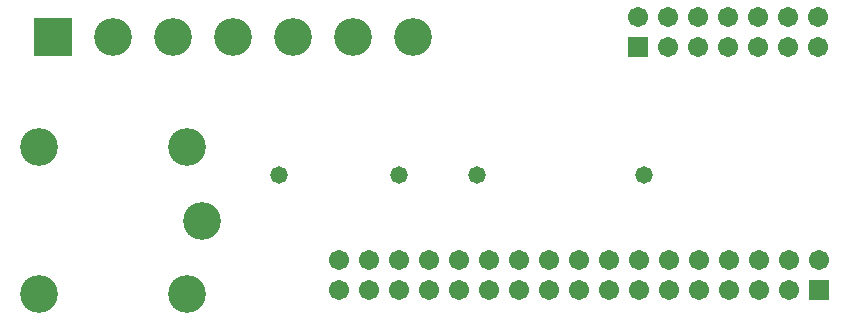
<source format=gbs>
%FSLAX43Y43*%
%MOMM*%
G71*
G01*
G75*
%ADD10R,1.800X1.600*%
%ADD11C,1.000*%
%ADD12C,2.000*%
%ADD13C,0.500*%
%ADD14C,3.000*%
%ADD15R,3.000X3.000*%
%ADD16R,1.500X1.500*%
%ADD17C,1.500*%
%ADD18C,1.270*%
%ADD19C,0.400*%
%ADD20R,2.003X1.803*%
%ADD21C,3.203*%
%ADD22R,3.203X3.203*%
%ADD23R,1.703X1.703*%
%ADD24C,1.703*%
%ADD25C,1.473*%
D21*
X-49560Y21400D02*
D03*
X-59720D02*
D03*
X-54640D02*
D03*
X-34360D02*
D03*
X-44520D02*
D03*
X-39440D02*
D03*
X-53496Y12108D02*
D03*
X-52196Y5808D02*
D03*
X-65996Y12108D02*
D03*
Y-392D02*
D03*
X-53496D02*
D03*
D22*
X-64800Y21400D02*
D03*
D23*
X-15300Y20540D02*
D03*
X0Y0D02*
D03*
D24*
X-15300Y23080D02*
D03*
X-12760Y20540D02*
D03*
Y23080D02*
D03*
X-10220Y20540D02*
D03*
X-10220Y23080D02*
D03*
X-7680Y20540D02*
D03*
Y23080D02*
D03*
X-5140Y20540D02*
D03*
Y23080D02*
D03*
X-2600Y20540D02*
D03*
Y23080D02*
D03*
X-60Y20540D02*
D03*
Y23080D02*
D03*
X-40640Y2540D02*
D03*
X-40640Y0D02*
D03*
X-38100Y2540D02*
D03*
Y0D02*
D03*
X-35560Y2540D02*
D03*
Y0D02*
D03*
X-33020Y2540D02*
D03*
Y0D02*
D03*
X-30480Y2540D02*
D03*
Y0D02*
D03*
X-27940Y2540D02*
D03*
X-27940Y0D02*
D03*
X-25400Y2540D02*
D03*
Y0D02*
D03*
X-22860Y2540D02*
D03*
Y0D02*
D03*
X-20320Y2540D02*
D03*
Y0D02*
D03*
X-17780Y2540D02*
D03*
Y0D02*
D03*
X-15240Y2540D02*
D03*
Y0D02*
D03*
X-12700Y2540D02*
D03*
Y0D02*
D03*
X-10160Y2540D02*
D03*
Y0D02*
D03*
X-7620Y2540D02*
D03*
Y0D02*
D03*
X-5080Y2540D02*
D03*
X-5080Y0D02*
D03*
X-2540Y2540D02*
D03*
Y0D02*
D03*
X0Y2540D02*
D03*
D25*
X-14800Y9700D02*
D03*
X-28900D02*
D03*
X-45700D02*
D03*
X-35500D02*
D03*
M02*

</source>
